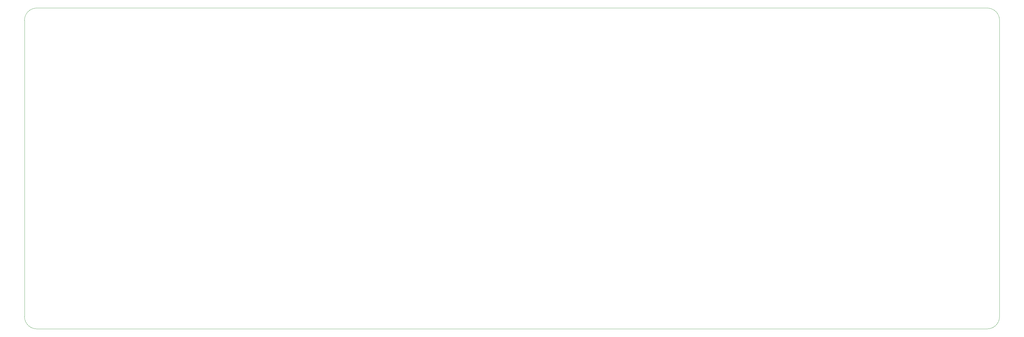
<source format=gm1>
G04 #@! TF.GenerationSoftware,KiCad,Pcbnew,(5.1.5)-3*
G04 #@! TF.CreationDate,2020-08-03T20:25:45+02:00*
G04 #@! TF.ProjectId,odyssey67,6f647973-7365-4793-9637-2e6b69636164,1.0*
G04 #@! TF.SameCoordinates,Original*
G04 #@! TF.FileFunction,Profile,NP*
%FSLAX46Y46*%
G04 Gerber Fmt 4.6, Leading zero omitted, Abs format (unit mm)*
G04 Created by KiCad (PCBNEW (5.1.5)-3) date 2020-08-03 20:25:45*
%MOMM*%
%LPD*%
G04 APERTURE LIST*
%ADD10C,0.050000*%
G04 APERTURE END LIST*
D10*
X361156250Y-197643750D02*
X56356250Y-197643750D01*
X365125000Y-98425000D02*
X365125000Y-193675000D01*
X56356250Y-94456250D02*
X361156250Y-94456250D01*
X52387500Y-193675000D02*
X52387500Y-98425000D01*
X56356250Y-197643750D02*
G75*
G02X52387500Y-193675000I0J3968750D01*
G01*
X365125000Y-193675000D02*
G75*
G02X361156250Y-197643750I-3968750J0D01*
G01*
X361156250Y-94456250D02*
G75*
G02X365125000Y-98425000I0J-3968750D01*
G01*
X52387500Y-98425000D02*
G75*
G02X56356250Y-94456250I3968750J0D01*
G01*
M02*

</source>
